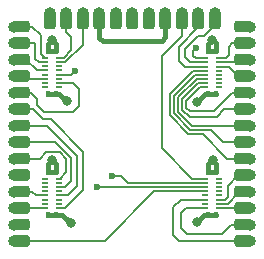
<source format=gbl>
G04 #@! TF.GenerationSoftware,KiCad,Pcbnew,(5.1.10)-1*
G04 #@! TF.CreationDate,2021-10-06T10:46:06+02:00*
G04 #@! TF.ProjectId,OBJEX_Socket-V2.0,4f424a45-585f-4536-9f63-6b65742d5632,rev?*
G04 #@! TF.SameCoordinates,Original*
G04 #@! TF.FileFunction,Copper,L2,Bot*
G04 #@! TF.FilePolarity,Positive*
%FSLAX46Y46*%
G04 Gerber Fmt 4.6, Leading zero omitted, Abs format (unit mm)*
G04 Created by KiCad (PCBNEW (5.1.10)-1) date 2021-10-06 10:46:06*
%MOMM*%
%LPD*%
G01*
G04 APERTURE LIST*
G04 #@! TA.AperFunction,SMDPad,CuDef*
%ADD10R,0.615000X0.180000*%
G04 #@! TD*
G04 #@! TA.AperFunction,SMDPad,CuDef*
%ADD11R,0.400000X0.520000*%
G04 #@! TD*
G04 #@! TA.AperFunction,ComponentPad*
%ADD12O,1.000000X1.000000*%
G04 #@! TD*
G04 #@! TA.AperFunction,ViaPad*
%ADD13C,0.800000*%
G04 #@! TD*
G04 #@! TA.AperFunction,ViaPad*
%ADD14C,0.600000*%
G04 #@! TD*
G04 #@! TA.AperFunction,Conductor*
%ADD15C,0.400000*%
G04 #@! TD*
G04 #@! TA.AperFunction,Conductor*
%ADD16C,0.200000*%
G04 #@! TD*
G04 APERTURE END LIST*
D10*
X151353520Y-88973660D03*
D11*
X151091900Y-88386240D03*
D10*
X151353520Y-89330160D03*
X151353520Y-90030160D03*
X151353520Y-89680160D03*
X151353520Y-91430160D03*
X151353520Y-90730160D03*
X151353520Y-90380160D03*
X151353520Y-91080160D03*
D11*
X151094440Y-92015860D03*
X150431500Y-88386240D03*
X150434040Y-92015860D03*
D10*
X150169880Y-90380160D03*
X150169880Y-91430160D03*
X150169880Y-90730160D03*
X150169880Y-89330160D03*
X150169880Y-88973660D03*
X150169880Y-90030160D03*
X150169880Y-91080160D03*
X150169880Y-89680160D03*
X150195280Y-99890960D03*
X150195280Y-101290960D03*
X150195280Y-100240960D03*
X150195280Y-99184460D03*
X150195280Y-99540960D03*
X150195280Y-100940960D03*
X150195280Y-101640960D03*
X150195280Y-100590960D03*
D11*
X150459440Y-102226660D03*
X150456900Y-98597040D03*
X151119840Y-102226660D03*
D10*
X151378920Y-101290960D03*
X151378920Y-100590960D03*
X151378920Y-100940960D03*
X151378920Y-101640960D03*
X151378920Y-99890960D03*
X151378920Y-100240960D03*
X151378920Y-99540960D03*
D11*
X151117300Y-98597040D03*
D10*
X151378920Y-99184460D03*
X137789920Y-88960960D03*
D11*
X137528300Y-88373540D03*
D10*
X137789920Y-89317460D03*
X137789920Y-90017460D03*
X137789920Y-89667460D03*
X137789920Y-91417460D03*
X137789920Y-90717460D03*
X137789920Y-90367460D03*
X137789920Y-91067460D03*
D11*
X137530840Y-92003160D03*
X136867900Y-88373540D03*
X136870440Y-92003160D03*
D10*
X136606280Y-90367460D03*
X136606280Y-91417460D03*
X136606280Y-90717460D03*
X136606280Y-89317460D03*
X136606280Y-88960960D03*
X136606280Y-90017460D03*
X136606280Y-91067460D03*
X136606280Y-89667460D03*
X137815320Y-99184460D03*
D11*
X137553700Y-98597040D03*
D10*
X137815320Y-99540960D03*
X137815320Y-100240960D03*
X137815320Y-99890960D03*
X137815320Y-101640960D03*
X137815320Y-100940960D03*
X137815320Y-100590960D03*
X137815320Y-101290960D03*
D11*
X137556240Y-102226660D03*
X136893300Y-98597040D03*
X136895840Y-102226660D03*
D10*
X136631680Y-100590960D03*
X136631680Y-101640960D03*
X136631680Y-100940960D03*
X136631680Y-99540960D03*
X136631680Y-99184460D03*
X136631680Y-100240960D03*
X136631680Y-101290960D03*
X136631680Y-99890960D03*
G04 #@! TA.AperFunction,ComponentPad*
G36*
G01*
X135347520Y-88837960D02*
X135347520Y-89337960D01*
G75*
G02*
X135097520Y-89587960I-250000J0D01*
G01*
X134097520Y-89587960D01*
G75*
G02*
X133847520Y-89337960I0J250000D01*
G01*
X133847520Y-88837960D01*
G75*
G02*
X134097520Y-88587960I250000J0D01*
G01*
X135097520Y-88587960D01*
G75*
G02*
X135347520Y-88837960I0J-250000D01*
G01*
G37*
G04 #@! TD.AperFunction*
D12*
X133981520Y-89089560D03*
X133981520Y-90486560D03*
G04 #@! TA.AperFunction,ComponentPad*
G36*
G01*
X135347520Y-90234960D02*
X135347520Y-90734960D01*
G75*
G02*
X135097520Y-90984960I-250000J0D01*
G01*
X134097520Y-90984960D01*
G75*
G02*
X133847520Y-90734960I0J250000D01*
G01*
X133847520Y-90234960D01*
G75*
G02*
X134097520Y-89984960I250000J0D01*
G01*
X135097520Y-89984960D01*
G75*
G02*
X135347520Y-90234960I0J-250000D01*
G01*
G37*
G04 #@! TD.AperFunction*
X133981520Y-91883560D03*
G04 #@! TA.AperFunction,ComponentPad*
G36*
G01*
X135347520Y-91631960D02*
X135347520Y-92131960D01*
G75*
G02*
X135097520Y-92381960I-250000J0D01*
G01*
X134097520Y-92381960D01*
G75*
G02*
X133847520Y-92131960I0J250000D01*
G01*
X133847520Y-91631960D01*
G75*
G02*
X134097520Y-91381960I250000J0D01*
G01*
X135097520Y-91381960D01*
G75*
G02*
X135347520Y-91631960I0J-250000D01*
G01*
G37*
G04 #@! TD.AperFunction*
G04 #@! TA.AperFunction,ComponentPad*
G36*
G01*
X135347520Y-94425960D02*
X135347520Y-94925960D01*
G75*
G02*
X135097520Y-95175960I-250000J0D01*
G01*
X134097520Y-95175960D01*
G75*
G02*
X133847520Y-94925960I0J250000D01*
G01*
X133847520Y-94425960D01*
G75*
G02*
X134097520Y-94175960I250000J0D01*
G01*
X135097520Y-94175960D01*
G75*
G02*
X135347520Y-94425960I0J-250000D01*
G01*
G37*
G04 #@! TD.AperFunction*
X133981520Y-94677560D03*
X133981520Y-93280560D03*
G04 #@! TA.AperFunction,ComponentPad*
G36*
G01*
X135347520Y-93028960D02*
X135347520Y-93528960D01*
G75*
G02*
X135097520Y-93778960I-250000J0D01*
G01*
X134097520Y-93778960D01*
G75*
G02*
X133847520Y-93528960I0J250000D01*
G01*
X133847520Y-93028960D01*
G75*
G02*
X134097520Y-92778960I250000J0D01*
G01*
X135097520Y-92778960D01*
G75*
G02*
X135347520Y-93028960I0J-250000D01*
G01*
G37*
G04 #@! TD.AperFunction*
G04 #@! TA.AperFunction,ComponentPad*
G36*
G01*
X135347520Y-95822960D02*
X135347520Y-96322960D01*
G75*
G02*
X135097520Y-96572960I-250000J0D01*
G01*
X134097520Y-96572960D01*
G75*
G02*
X133847520Y-96322960I0J250000D01*
G01*
X133847520Y-95822960D01*
G75*
G02*
X134097520Y-95572960I250000J0D01*
G01*
X135097520Y-95572960D01*
G75*
G02*
X135347520Y-95822960I0J-250000D01*
G01*
G37*
G04 #@! TD.AperFunction*
X133981520Y-96074560D03*
G04 #@! TA.AperFunction,ComponentPad*
G36*
G01*
X135347520Y-98616960D02*
X135347520Y-99116960D01*
G75*
G02*
X135097520Y-99366960I-250000J0D01*
G01*
X134097520Y-99366960D01*
G75*
G02*
X133847520Y-99116960I0J250000D01*
G01*
X133847520Y-98616960D01*
G75*
G02*
X134097520Y-98366960I250000J0D01*
G01*
X135097520Y-98366960D01*
G75*
G02*
X135347520Y-98616960I0J-250000D01*
G01*
G37*
G04 #@! TD.AperFunction*
X133981520Y-98868560D03*
X133981520Y-97471560D03*
G04 #@! TA.AperFunction,ComponentPad*
G36*
G01*
X135347520Y-97219960D02*
X135347520Y-97719960D01*
G75*
G02*
X135097520Y-97969960I-250000J0D01*
G01*
X134097520Y-97969960D01*
G75*
G02*
X133847520Y-97719960I0J250000D01*
G01*
X133847520Y-97219960D01*
G75*
G02*
X134097520Y-96969960I250000J0D01*
G01*
X135097520Y-96969960D01*
G75*
G02*
X135347520Y-97219960I0J-250000D01*
G01*
G37*
G04 #@! TD.AperFunction*
X133981520Y-101662560D03*
G04 #@! TA.AperFunction,ComponentPad*
G36*
G01*
X135347520Y-100013960D02*
X135347520Y-100513960D01*
G75*
G02*
X135097520Y-100763960I-250000J0D01*
G01*
X134097520Y-100763960D01*
G75*
G02*
X133847520Y-100513960I0J250000D01*
G01*
X133847520Y-100013960D01*
G75*
G02*
X134097520Y-99763960I250000J0D01*
G01*
X135097520Y-99763960D01*
G75*
G02*
X135347520Y-100013960I0J-250000D01*
G01*
G37*
G04 #@! TD.AperFunction*
X133981520Y-104456560D03*
G04 #@! TA.AperFunction,ComponentPad*
G36*
G01*
X135347520Y-104204960D02*
X135347520Y-104704960D01*
G75*
G02*
X135097520Y-104954960I-250000J0D01*
G01*
X134097520Y-104954960D01*
G75*
G02*
X133847520Y-104704960I0J250000D01*
G01*
X133847520Y-104204960D01*
G75*
G02*
X134097520Y-103954960I250000J0D01*
G01*
X135097520Y-103954960D01*
G75*
G02*
X135347520Y-104204960I0J-250000D01*
G01*
G37*
G04 #@! TD.AperFunction*
X133981520Y-100265560D03*
X133981520Y-103059560D03*
G04 #@! TA.AperFunction,ComponentPad*
G36*
G01*
X135347520Y-102807960D02*
X135347520Y-103307960D01*
G75*
G02*
X135097520Y-103557960I-250000J0D01*
G01*
X134097520Y-103557960D01*
G75*
G02*
X133847520Y-103307960I0J250000D01*
G01*
X133847520Y-102807960D01*
G75*
G02*
X134097520Y-102557960I250000J0D01*
G01*
X135097520Y-102557960D01*
G75*
G02*
X135347520Y-102807960I0J-250000D01*
G01*
G37*
G04 #@! TD.AperFunction*
G04 #@! TA.AperFunction,ComponentPad*
G36*
G01*
X135347520Y-101410960D02*
X135347520Y-101910960D01*
G75*
G02*
X135097520Y-102160960I-250000J0D01*
G01*
X134097520Y-102160960D01*
G75*
G02*
X133847520Y-101910960I0J250000D01*
G01*
X133847520Y-101410960D01*
G75*
G02*
X134097520Y-101160960I250000J0D01*
G01*
X135097520Y-101160960D01*
G75*
G02*
X135347520Y-101410960I0J-250000D01*
G01*
G37*
G04 #@! TD.AperFunction*
X133981520Y-87692560D03*
G04 #@! TA.AperFunction,ComponentPad*
G36*
G01*
X135347520Y-87440960D02*
X135347520Y-87940960D01*
G75*
G02*
X135097520Y-88190960I-250000J0D01*
G01*
X134097520Y-88190960D01*
G75*
G02*
X133847520Y-87940960I0J250000D01*
G01*
X133847520Y-87440960D01*
G75*
G02*
X134097520Y-87190960I250000J0D01*
G01*
X135097520Y-87190960D01*
G75*
G02*
X135347520Y-87440960I0J-250000D01*
G01*
G37*
G04 #@! TD.AperFunction*
G04 #@! TA.AperFunction,ComponentPad*
G36*
G01*
X154156120Y-87440960D02*
X154156120Y-87940960D01*
G75*
G02*
X153906120Y-88190960I-250000J0D01*
G01*
X152906120Y-88190960D01*
G75*
G02*
X152656120Y-87940960I0J250000D01*
G01*
X152656120Y-87440960D01*
G75*
G02*
X152906120Y-87190960I250000J0D01*
G01*
X153906120Y-87190960D01*
G75*
G02*
X154156120Y-87440960I0J-250000D01*
G01*
G37*
G04 #@! TD.AperFunction*
X154022120Y-103059560D03*
G04 #@! TA.AperFunction,ComponentPad*
G36*
G01*
X154156120Y-95822960D02*
X154156120Y-96322960D01*
G75*
G02*
X153906120Y-96572960I-250000J0D01*
G01*
X152906120Y-96572960D01*
G75*
G02*
X152656120Y-96322960I0J250000D01*
G01*
X152656120Y-95822960D01*
G75*
G02*
X152906120Y-95572960I250000J0D01*
G01*
X153906120Y-95572960D01*
G75*
G02*
X154156120Y-95822960I0J-250000D01*
G01*
G37*
G04 #@! TD.AperFunction*
X154022120Y-90486560D03*
X154022120Y-91883560D03*
G04 #@! TA.AperFunction,ComponentPad*
G36*
G01*
X154156120Y-101410960D02*
X154156120Y-101910960D01*
G75*
G02*
X153906120Y-102160960I-250000J0D01*
G01*
X152906120Y-102160960D01*
G75*
G02*
X152656120Y-101910960I0J250000D01*
G01*
X152656120Y-101410960D01*
G75*
G02*
X152906120Y-101160960I250000J0D01*
G01*
X153906120Y-101160960D01*
G75*
G02*
X154156120Y-101410960I0J-250000D01*
G01*
G37*
G04 #@! TD.AperFunction*
G04 #@! TA.AperFunction,ComponentPad*
G36*
G01*
X154156120Y-104204960D02*
X154156120Y-104704960D01*
G75*
G02*
X153906120Y-104954960I-250000J0D01*
G01*
X152906120Y-104954960D01*
G75*
G02*
X152656120Y-104704960I0J250000D01*
G01*
X152656120Y-104204960D01*
G75*
G02*
X152906120Y-103954960I250000J0D01*
G01*
X153906120Y-103954960D01*
G75*
G02*
X154156120Y-104204960I0J-250000D01*
G01*
G37*
G04 #@! TD.AperFunction*
G04 #@! TA.AperFunction,ComponentPad*
G36*
G01*
X154156120Y-97219960D02*
X154156120Y-97719960D01*
G75*
G02*
X153906120Y-97969960I-250000J0D01*
G01*
X152906120Y-97969960D01*
G75*
G02*
X152656120Y-97719960I0J250000D01*
G01*
X152656120Y-97219960D01*
G75*
G02*
X152906120Y-96969960I250000J0D01*
G01*
X153906120Y-96969960D01*
G75*
G02*
X154156120Y-97219960I0J-250000D01*
G01*
G37*
G04 #@! TD.AperFunction*
G04 #@! TA.AperFunction,ComponentPad*
G36*
G01*
X154156120Y-93028960D02*
X154156120Y-93528960D01*
G75*
G02*
X153906120Y-93778960I-250000J0D01*
G01*
X152906120Y-93778960D01*
G75*
G02*
X152656120Y-93528960I0J250000D01*
G01*
X152656120Y-93028960D01*
G75*
G02*
X152906120Y-92778960I250000J0D01*
G01*
X153906120Y-92778960D01*
G75*
G02*
X154156120Y-93028960I0J-250000D01*
G01*
G37*
G04 #@! TD.AperFunction*
X154022120Y-94677560D03*
X154022120Y-98868560D03*
X154022120Y-100265560D03*
G04 #@! TA.AperFunction,ComponentPad*
G36*
G01*
X154156120Y-88837960D02*
X154156120Y-89337960D01*
G75*
G02*
X153906120Y-89587960I-250000J0D01*
G01*
X152906120Y-89587960D01*
G75*
G02*
X152656120Y-89337960I0J250000D01*
G01*
X152656120Y-88837960D01*
G75*
G02*
X152906120Y-88587960I250000J0D01*
G01*
X153906120Y-88587960D01*
G75*
G02*
X154156120Y-88837960I0J-250000D01*
G01*
G37*
G04 #@! TD.AperFunction*
X154022120Y-104456560D03*
X154022120Y-89089560D03*
G04 #@! TA.AperFunction,ComponentPad*
G36*
G01*
X154156120Y-100013960D02*
X154156120Y-100513960D01*
G75*
G02*
X153906120Y-100763960I-250000J0D01*
G01*
X152906120Y-100763960D01*
G75*
G02*
X152656120Y-100513960I0J250000D01*
G01*
X152656120Y-100013960D01*
G75*
G02*
X152906120Y-99763960I250000J0D01*
G01*
X153906120Y-99763960D01*
G75*
G02*
X154156120Y-100013960I0J-250000D01*
G01*
G37*
G04 #@! TD.AperFunction*
G04 #@! TA.AperFunction,ComponentPad*
G36*
G01*
X154156120Y-102807960D02*
X154156120Y-103307960D01*
G75*
G02*
X153906120Y-103557960I-250000J0D01*
G01*
X152906120Y-103557960D01*
G75*
G02*
X152656120Y-103307960I0J250000D01*
G01*
X152656120Y-102807960D01*
G75*
G02*
X152906120Y-102557960I250000J0D01*
G01*
X153906120Y-102557960D01*
G75*
G02*
X154156120Y-102807960I0J-250000D01*
G01*
G37*
G04 #@! TD.AperFunction*
X154022120Y-97471560D03*
G04 #@! TA.AperFunction,ComponentPad*
G36*
G01*
X154156120Y-94425960D02*
X154156120Y-94925960D01*
G75*
G02*
X153906120Y-95175960I-250000J0D01*
G01*
X152906120Y-95175960D01*
G75*
G02*
X152656120Y-94925960I0J250000D01*
G01*
X152656120Y-94425960D01*
G75*
G02*
X152906120Y-94175960I250000J0D01*
G01*
X153906120Y-94175960D01*
G75*
G02*
X154156120Y-94425960I0J-250000D01*
G01*
G37*
G04 #@! TD.AperFunction*
G04 #@! TA.AperFunction,ComponentPad*
G36*
G01*
X154156120Y-98616960D02*
X154156120Y-99116960D01*
G75*
G02*
X153906120Y-99366960I-250000J0D01*
G01*
X152906120Y-99366960D01*
G75*
G02*
X152656120Y-99116960I0J250000D01*
G01*
X152656120Y-98616960D01*
G75*
G02*
X152906120Y-98366960I250000J0D01*
G01*
X153906120Y-98366960D01*
G75*
G02*
X154156120Y-98616960I0J-250000D01*
G01*
G37*
G04 #@! TD.AperFunction*
X154022120Y-96074560D03*
X154022120Y-93280560D03*
G04 #@! TA.AperFunction,ComponentPad*
G36*
G01*
X154156120Y-90234960D02*
X154156120Y-90734960D01*
G75*
G02*
X153906120Y-90984960I-250000J0D01*
G01*
X152906120Y-90984960D01*
G75*
G02*
X152656120Y-90734960I0J250000D01*
G01*
X152656120Y-90234960D01*
G75*
G02*
X152906120Y-89984960I250000J0D01*
G01*
X153906120Y-89984960D01*
G75*
G02*
X154156120Y-90234960I0J-250000D01*
G01*
G37*
G04 #@! TD.AperFunction*
X154022120Y-101662560D03*
X154022120Y-87692560D03*
G04 #@! TA.AperFunction,ComponentPad*
G36*
G01*
X154156120Y-91631960D02*
X154156120Y-92131960D01*
G75*
G02*
X153906120Y-92381960I-250000J0D01*
G01*
X152906120Y-92381960D01*
G75*
G02*
X152656120Y-92131960I0J250000D01*
G01*
X152656120Y-91631960D01*
G75*
G02*
X152906120Y-91381960I250000J0D01*
G01*
X153906120Y-91381960D01*
G75*
G02*
X154156120Y-91631960I0J-250000D01*
G01*
G37*
G04 #@! TD.AperFunction*
G04 #@! TA.AperFunction,ComponentPad*
G36*
G01*
X135347520Y-86043960D02*
X135347520Y-86543960D01*
G75*
G02*
X135097520Y-86793960I-250000J0D01*
G01*
X134097520Y-86793960D01*
G75*
G02*
X133847520Y-86543960I0J250000D01*
G01*
X133847520Y-86043960D01*
G75*
G02*
X134097520Y-85793960I250000J0D01*
G01*
X135097520Y-85793960D01*
G75*
G02*
X135347520Y-86043960I0J-250000D01*
G01*
G37*
G04 #@! TD.AperFunction*
X133981520Y-86295560D03*
G04 #@! TA.AperFunction,ComponentPad*
G36*
G01*
X154156120Y-86043960D02*
X154156120Y-86543960D01*
G75*
G02*
X153906120Y-86793960I-250000J0D01*
G01*
X152906120Y-86793960D01*
G75*
G02*
X152656120Y-86543960I0J250000D01*
G01*
X152656120Y-86043960D01*
G75*
G02*
X152906120Y-85793960I250000J0D01*
G01*
X153906120Y-85793960D01*
G75*
G02*
X154156120Y-86043960I0J-250000D01*
G01*
G37*
G04 #@! TD.AperFunction*
X154022120Y-86295560D03*
G04 #@! TA.AperFunction,ComponentPad*
G36*
G01*
X137279520Y-86542360D02*
X136779520Y-86542360D01*
G75*
G02*
X136529520Y-86292360I0J250000D01*
G01*
X136529520Y-85292360D01*
G75*
G02*
X136779520Y-85042360I250000J0D01*
G01*
X137279520Y-85042360D01*
G75*
G02*
X137529520Y-85292360I0J-250000D01*
G01*
X137529520Y-86292360D01*
G75*
G02*
X137279520Y-86542360I-250000J0D01*
G01*
G37*
G04 #@! TD.AperFunction*
G04 #@! TA.AperFunction,ComponentPad*
G36*
G01*
X138676520Y-86542360D02*
X138176520Y-86542360D01*
G75*
G02*
X137926520Y-86292360I0J250000D01*
G01*
X137926520Y-85292360D01*
G75*
G02*
X138176520Y-85042360I250000J0D01*
G01*
X138676520Y-85042360D01*
G75*
G02*
X138926520Y-85292360I0J-250000D01*
G01*
X138926520Y-86292360D01*
G75*
G02*
X138676520Y-86542360I-250000J0D01*
G01*
G37*
G04 #@! TD.AperFunction*
G04 #@! TA.AperFunction,ComponentPad*
G36*
G01*
X148455520Y-86542360D02*
X147955520Y-86542360D01*
G75*
G02*
X147705520Y-86292360I0J250000D01*
G01*
X147705520Y-85292360D01*
G75*
G02*
X147955520Y-85042360I250000J0D01*
G01*
X148455520Y-85042360D01*
G75*
G02*
X148705520Y-85292360I0J-250000D01*
G01*
X148705520Y-86292360D01*
G75*
G02*
X148455520Y-86542360I-250000J0D01*
G01*
G37*
G04 #@! TD.AperFunction*
X148203920Y-85176360D03*
X137027920Y-85176360D03*
G04 #@! TA.AperFunction,ComponentPad*
G36*
G01*
X142867520Y-86542360D02*
X142367520Y-86542360D01*
G75*
G02*
X142117520Y-86292360I0J250000D01*
G01*
X142117520Y-85292360D01*
G75*
G02*
X142367520Y-85042360I250000J0D01*
G01*
X142867520Y-85042360D01*
G75*
G02*
X143117520Y-85292360I0J-250000D01*
G01*
X143117520Y-86292360D01*
G75*
G02*
X142867520Y-86542360I-250000J0D01*
G01*
G37*
G04 #@! TD.AperFunction*
X146806920Y-85176360D03*
X145409920Y-85176360D03*
G04 #@! TA.AperFunction,ComponentPad*
G36*
G01*
X140073520Y-86542360D02*
X139573520Y-86542360D01*
G75*
G02*
X139323520Y-86292360I0J250000D01*
G01*
X139323520Y-85292360D01*
G75*
G02*
X139573520Y-85042360I250000J0D01*
G01*
X140073520Y-85042360D01*
G75*
G02*
X140323520Y-85292360I0J-250000D01*
G01*
X140323520Y-86292360D01*
G75*
G02*
X140073520Y-86542360I-250000J0D01*
G01*
G37*
G04 #@! TD.AperFunction*
G04 #@! TA.AperFunction,ComponentPad*
G36*
G01*
X151249520Y-86542360D02*
X150749520Y-86542360D01*
G75*
G02*
X150499520Y-86292360I0J250000D01*
G01*
X150499520Y-85292360D01*
G75*
G02*
X150749520Y-85042360I250000J0D01*
G01*
X151249520Y-85042360D01*
G75*
G02*
X151499520Y-85292360I0J-250000D01*
G01*
X151499520Y-86292360D01*
G75*
G02*
X151249520Y-86542360I-250000J0D01*
G01*
G37*
G04 #@! TD.AperFunction*
X144012920Y-85176360D03*
G04 #@! TA.AperFunction,ComponentPad*
G36*
G01*
X145661520Y-86542360D02*
X145161520Y-86542360D01*
G75*
G02*
X144911520Y-86292360I0J250000D01*
G01*
X144911520Y-85292360D01*
G75*
G02*
X145161520Y-85042360I250000J0D01*
G01*
X145661520Y-85042360D01*
G75*
G02*
X145911520Y-85292360I0J-250000D01*
G01*
X145911520Y-86292360D01*
G75*
G02*
X145661520Y-86542360I-250000J0D01*
G01*
G37*
G04 #@! TD.AperFunction*
G04 #@! TA.AperFunction,ComponentPad*
G36*
G01*
X144264520Y-86542360D02*
X143764520Y-86542360D01*
G75*
G02*
X143514520Y-86292360I0J250000D01*
G01*
X143514520Y-85292360D01*
G75*
G02*
X143764520Y-85042360I250000J0D01*
G01*
X144264520Y-85042360D01*
G75*
G02*
X144514520Y-85292360I0J-250000D01*
G01*
X144514520Y-86292360D01*
G75*
G02*
X144264520Y-86542360I-250000J0D01*
G01*
G37*
G04 #@! TD.AperFunction*
X149600920Y-85176360D03*
X141218920Y-85176360D03*
X150997920Y-85176360D03*
X142615920Y-85176360D03*
X138424920Y-85176360D03*
G04 #@! TA.AperFunction,ComponentPad*
G36*
G01*
X147058520Y-86542360D02*
X146558520Y-86542360D01*
G75*
G02*
X146308520Y-86292360I0J250000D01*
G01*
X146308520Y-85292360D01*
G75*
G02*
X146558520Y-85042360I250000J0D01*
G01*
X147058520Y-85042360D01*
G75*
G02*
X147308520Y-85292360I0J-250000D01*
G01*
X147308520Y-86292360D01*
G75*
G02*
X147058520Y-86542360I-250000J0D01*
G01*
G37*
G04 #@! TD.AperFunction*
G04 #@! TA.AperFunction,ComponentPad*
G36*
G01*
X141470520Y-86542360D02*
X140970520Y-86542360D01*
G75*
G02*
X140720520Y-86292360I0J250000D01*
G01*
X140720520Y-85292360D01*
G75*
G02*
X140970520Y-85042360I250000J0D01*
G01*
X141470520Y-85042360D01*
G75*
G02*
X141720520Y-85292360I0J-250000D01*
G01*
X141720520Y-86292360D01*
G75*
G02*
X141470520Y-86542360I-250000J0D01*
G01*
G37*
G04 #@! TD.AperFunction*
X139821920Y-85176360D03*
G04 #@! TA.AperFunction,ComponentPad*
G36*
G01*
X149852520Y-86542360D02*
X149352520Y-86542360D01*
G75*
G02*
X149102520Y-86292360I0J250000D01*
G01*
X149102520Y-85292360D01*
G75*
G02*
X149352520Y-85042360I250000J0D01*
G01*
X149852520Y-85042360D01*
G75*
G02*
X150102520Y-85292360I0J-250000D01*
G01*
X150102520Y-86292360D01*
G75*
G02*
X149852520Y-86542360I-250000J0D01*
G01*
G37*
G04 #@! TD.AperFunction*
D13*
X150774400Y-87403940D03*
X150815040Y-97596960D03*
X137213340Y-97589340D03*
X137195560Y-87406480D03*
X149481540Y-92687140D03*
X149463760Y-102885240D03*
X138475720Y-92638880D03*
D14*
X149395180Y-88143080D03*
X141053440Y-99890960D03*
X142300960Y-98971100D03*
X139164060Y-90045540D03*
D13*
X138798300Y-102943660D03*
D15*
X137528300Y-88373540D02*
X136867900Y-88373540D01*
X136867900Y-87734140D02*
X137195560Y-87406480D01*
X136867900Y-88373540D02*
X136867900Y-87734140D01*
X137528300Y-87739220D02*
X137195560Y-87406480D01*
X137528300Y-88373540D02*
X137528300Y-87739220D01*
X136893300Y-98597040D02*
X137553700Y-98597040D01*
X136893300Y-97909380D02*
X137213340Y-97589340D01*
X136893300Y-98597040D02*
X136893300Y-97909380D01*
X137553700Y-97929700D02*
X137213340Y-97589340D01*
X137553700Y-98597040D02*
X137553700Y-97929700D01*
X150456900Y-97955100D02*
X150815040Y-97596960D01*
X150456900Y-98597040D02*
X150456900Y-97955100D01*
X151117300Y-97899220D02*
X150815040Y-97596960D01*
X151117300Y-98597040D02*
X151117300Y-97899220D01*
X150456900Y-98597040D02*
X151117300Y-98597040D01*
X150431500Y-88386240D02*
X151091900Y-88386240D01*
X150431500Y-87746840D02*
X150774400Y-87403940D01*
X150431500Y-88386240D02*
X150431500Y-87746840D01*
X151091900Y-87721440D02*
X150774400Y-87403940D01*
X151091900Y-88386240D02*
X151091900Y-87721440D01*
X146494500Y-87523320D02*
X146808520Y-87209300D01*
X146808520Y-87209300D02*
X146808520Y-86192360D01*
X141513560Y-87523320D02*
X146494500Y-87523320D01*
X141220520Y-87230280D02*
X141513560Y-87523320D01*
X141220520Y-86192360D02*
X141220520Y-87230280D01*
X151094440Y-92015860D02*
X150434040Y-92015860D01*
X150434040Y-92015860D02*
X150152820Y-92015860D01*
X150152820Y-92015860D02*
X149481540Y-92687140D01*
X149481540Y-92687140D02*
X149481540Y-92687140D01*
X151119840Y-102226660D02*
X150459440Y-102226660D01*
X150459440Y-102226660D02*
X150122340Y-102226660D01*
X150122340Y-102226660D02*
X149463760Y-102885240D01*
X149463760Y-102885240D02*
X149463760Y-102885240D01*
X136870440Y-92003160D02*
X137530840Y-92003160D01*
X137530840Y-92003160D02*
X137840000Y-92003160D01*
X137840000Y-92003160D02*
X138475720Y-92638880D01*
X138475720Y-92638880D02*
X138475720Y-92638880D01*
D16*
X151353520Y-88973660D02*
X151914860Y-88973660D01*
X151914860Y-88973660D02*
X152191720Y-88696800D01*
X152191720Y-88696800D02*
X152191720Y-87990680D01*
X152491440Y-87690960D02*
X153006120Y-87690960D01*
X152191720Y-87990680D02*
X152491440Y-87690960D01*
X152763920Y-89330160D02*
X153006120Y-89087960D01*
X151353520Y-89330160D02*
X152763920Y-89330160D01*
X152201320Y-89680160D02*
X153006120Y-90484960D01*
X151353520Y-89680160D02*
X152201320Y-89680160D01*
X153006120Y-91881960D02*
X152481280Y-91881960D01*
X152481280Y-91881960D02*
X150919180Y-93444060D01*
X150919180Y-93444060D02*
X148861780Y-93444060D01*
X148861780Y-93444060D02*
X148595080Y-93177360D01*
X149776518Y-91430160D02*
X150169880Y-91430160D01*
X148595080Y-92611598D02*
X149776518Y-91430160D01*
X148595080Y-93177360D02*
X148595080Y-92611598D01*
X149059900Y-94675960D02*
X153006120Y-94675960D01*
X147895060Y-93511120D02*
X149059900Y-94675960D01*
X149465252Y-90730160D02*
X147895060Y-92300352D01*
X150169880Y-90730160D02*
X149465252Y-90730160D01*
X147895060Y-92300352D02*
X147895060Y-93511120D01*
X148932541Y-89313661D02*
X148493480Y-88874600D01*
X148493480Y-88874600D02*
X148493480Y-88165940D01*
X148493480Y-88165940D02*
X149578060Y-87081360D01*
X150110520Y-87081360D02*
X150999520Y-86192360D01*
X149578060Y-87081360D02*
X150110520Y-87081360D01*
X148932541Y-89326361D02*
X148936330Y-89330150D01*
X148932541Y-89313661D02*
X148932541Y-89326361D01*
X150169870Y-89330150D02*
X150169880Y-89330160D01*
X148936330Y-89330150D02*
X150169870Y-89330150D01*
X150047960Y-88973660D02*
X150041480Y-88980140D01*
X150169880Y-88973660D02*
X150047960Y-88973660D01*
X150041480Y-88980140D02*
X149404200Y-88980140D01*
X149404200Y-88980140D02*
X149174200Y-88750140D01*
X149174200Y-88750140D02*
X149174200Y-88364060D01*
X149174200Y-88364060D02*
X149395180Y-88143080D01*
X149395180Y-88143080D02*
X149395180Y-88143080D01*
X147195040Y-93801076D02*
X148769944Y-95375980D01*
X147195040Y-92010396D02*
X147195040Y-93801076D01*
X149175276Y-90030160D02*
X147195040Y-92010396D01*
X150169880Y-90030160D02*
X149175276Y-90030160D01*
X153006120Y-97469960D02*
X152067260Y-97469960D01*
X149973280Y-95375980D02*
X148769944Y-95375980D01*
X152067260Y-97469960D02*
X149973280Y-95375980D01*
X150195280Y-99890960D02*
X141053440Y-99890960D01*
X141053440Y-99890960D02*
X141053440Y-99890960D01*
X134997520Y-104454960D02*
X141678660Y-104454960D01*
X145892660Y-100240960D02*
X150195280Y-100240960D01*
X141678660Y-104454960D02*
X145892660Y-100240960D01*
X150162260Y-99184460D02*
X150152251Y-99174451D01*
X150195280Y-99184460D02*
X150162260Y-99184460D01*
X150152251Y-99174451D02*
X149103231Y-99174451D01*
X149103231Y-99174451D02*
X146502120Y-96573340D01*
X146502120Y-96573340D02*
X146502120Y-88793320D01*
X148205520Y-87089920D02*
X148205520Y-86192360D01*
X146502120Y-88793320D02*
X148205520Y-87089920D01*
X149864721Y-99524461D02*
X143649341Y-99524461D01*
X149881220Y-99540960D02*
X149864721Y-99524461D01*
X150195280Y-99540960D02*
X149881220Y-99540960D01*
X143649341Y-99524461D02*
X143095980Y-98971100D01*
X143095980Y-98971100D02*
X142300960Y-98971100D01*
X142300960Y-98971100D02*
X142300960Y-98971100D01*
X153006120Y-104454960D02*
X147932140Y-104454960D01*
X147932140Y-104454960D02*
X147459700Y-103982520D01*
X147459700Y-103982520D02*
X147459700Y-101594920D01*
X148113660Y-100940960D02*
X150195280Y-100940960D01*
X147459700Y-101594920D02*
X148113660Y-100940960D01*
X153006120Y-103057960D02*
X152410160Y-103057960D01*
X152410160Y-103057960D02*
X151594820Y-103873300D01*
X151594820Y-103873300D02*
X148630640Y-103873300D01*
X148630640Y-103873300D02*
X148125180Y-103367840D01*
X148125180Y-103367840D02*
X148125180Y-102100380D01*
X148584600Y-101640960D02*
X150195280Y-101640960D01*
X148125180Y-102100380D02*
X148584600Y-101640960D01*
X151378920Y-101290960D02*
X152119760Y-101290960D01*
X153006120Y-100404600D02*
X153006120Y-100263960D01*
X152119760Y-101290960D02*
X153006120Y-100404600D01*
X152986120Y-101640960D02*
X153006120Y-101660960D01*
X151378920Y-101640960D02*
X152986120Y-101640960D01*
X138329728Y-89317460D02*
X137789920Y-89317460D01*
X139823520Y-87823668D02*
X138329728Y-89317460D01*
X139823520Y-86192360D02*
X139823520Y-87823668D01*
X134997520Y-91881960D02*
X135397240Y-91881960D01*
X135397240Y-91881960D02*
X135912860Y-92397580D01*
X135912860Y-92397580D02*
X135912860Y-92913200D01*
X135912860Y-92913200D02*
X136563100Y-93563440D01*
X136563100Y-93563440D02*
X139037060Y-93563440D01*
X139037060Y-93563440D02*
X139539980Y-93060520D01*
X139539980Y-93060520D02*
X139539980Y-91592400D01*
X139015040Y-91067460D02*
X137789920Y-91067460D01*
X139539980Y-91592400D02*
X139015040Y-91067460D01*
X135017520Y-101640960D02*
X134997520Y-101660960D01*
X136631680Y-101640960D02*
X135017520Y-101640960D01*
X135732520Y-87690960D02*
X135811260Y-87769700D01*
X134997520Y-87690960D02*
X135732520Y-87690960D01*
X136115278Y-89317460D02*
X136606280Y-89317460D01*
X135811260Y-89013442D02*
X136115278Y-89317460D01*
X135811260Y-87769700D02*
X135811260Y-89013442D01*
X136606280Y-88960960D02*
X136260840Y-88615520D01*
X136260840Y-88615520D02*
X136260840Y-87048340D01*
X135506460Y-86293960D02*
X134997520Y-86293960D01*
X136260840Y-87048340D02*
X135506460Y-86293960D01*
X135927020Y-90017460D02*
X134997520Y-89087960D01*
X136606280Y-90017460D02*
X135927020Y-90017460D01*
X137876282Y-99184460D02*
X138417300Y-98643442D01*
X137815320Y-99184460D02*
X137876282Y-99184460D01*
X138417300Y-98643442D02*
X138417300Y-97487740D01*
X138417300Y-97487740D02*
X137855960Y-96926400D01*
X137855960Y-96926400D02*
X136715500Y-96926400D01*
X136171940Y-97469960D02*
X134997520Y-97469960D01*
X136715500Y-96926400D02*
X136171940Y-97469960D01*
X138856720Y-99357060D02*
X138322820Y-99890960D01*
X137497508Y-96072960D02*
X138856720Y-97432172D01*
X138322820Y-99890960D02*
X137815320Y-99890960D01*
X138856720Y-97432172D02*
X138856720Y-99357060D01*
X134997520Y-96072960D02*
X137497508Y-96072960D01*
X138322820Y-101640960D02*
X139867640Y-100096140D01*
X137815320Y-101640960D02*
X138322820Y-101640960D01*
X139867640Y-100096140D02*
X139867640Y-96883220D01*
X139867640Y-96883220D02*
X137096500Y-94112080D01*
X137096500Y-94112080D02*
X136453880Y-94112080D01*
X135620760Y-93278960D02*
X134997520Y-93278960D01*
X136453880Y-94112080D02*
X135620760Y-93278960D01*
X134997520Y-94675960D02*
X136761220Y-94675960D01*
X136761220Y-94675960D02*
X139346940Y-97261680D01*
X139346940Y-97261680D02*
X139346940Y-99816920D01*
X138572900Y-100590960D02*
X137815320Y-100590960D01*
X139346940Y-99816920D02*
X138572900Y-100590960D01*
X134997520Y-100263960D02*
X135503920Y-100263960D01*
X135830920Y-100590960D02*
X136631680Y-100590960D01*
X135503920Y-100263960D02*
X135830920Y-100590960D01*
X151698960Y-96072960D02*
X153006120Y-96072960D01*
X150651970Y-95025970D02*
X151698960Y-96072960D01*
X148914922Y-95025970D02*
X150651970Y-95025970D01*
X147545050Y-93656098D02*
X148914922Y-95025970D01*
X147545050Y-92155374D02*
X147545050Y-93656098D01*
X149320264Y-90380160D02*
X147545050Y-92155374D01*
X150169880Y-90380160D02*
X149320264Y-90380160D01*
X148245070Y-93322338D02*
X148864632Y-93941900D01*
X148864632Y-93941900D02*
X151152860Y-93941900D01*
X151815800Y-93278960D02*
X153006120Y-93278960D01*
X151152860Y-93941900D02*
X151815800Y-93278960D01*
X150169880Y-91080160D02*
X149610240Y-91080160D01*
X148245070Y-92466620D02*
X148245070Y-93322338D01*
X148762720Y-91948970D02*
X148245070Y-92466620D01*
X148762720Y-91927680D02*
X148762720Y-91948970D01*
X149610240Y-91080160D02*
X148762720Y-91927680D01*
X150169880Y-89680160D02*
X148435440Y-89680160D01*
X148435440Y-89680160D02*
X147955000Y-89199720D01*
X147955000Y-89199720D02*
X147955000Y-88018620D01*
X149602520Y-86371100D02*
X149602520Y-86192360D01*
X147955000Y-88018620D02*
X149602520Y-86371100D01*
X151886420Y-100940960D02*
X152112980Y-100714400D01*
X151378920Y-100940960D02*
X151886420Y-100940960D01*
X152112980Y-99760100D02*
X153006120Y-98866960D01*
X152112980Y-100714400D02*
X152112980Y-99760100D01*
X137789920Y-88960960D02*
X138191240Y-88960960D01*
X138191240Y-88960960D02*
X138844020Y-88308180D01*
X138844020Y-88308180D02*
X138844020Y-87160100D01*
X138426520Y-86742600D02*
X138426520Y-86192360D01*
X138844020Y-87160100D02*
X138426520Y-86742600D01*
X137789920Y-90367460D02*
X138842140Y-90367460D01*
X138842140Y-90367460D02*
X139164060Y-90045540D01*
X139164060Y-90045540D02*
X139164060Y-90045540D01*
X135230020Y-90717460D02*
X134997520Y-90484960D01*
X136606280Y-90717460D02*
X135230020Y-90717460D01*
D15*
X136895840Y-102226660D02*
X137556240Y-102226660D01*
X137556240Y-102226660D02*
X138081300Y-102226660D01*
X138081300Y-102226660D02*
X138798300Y-102943660D01*
X138798300Y-102943660D02*
X138798300Y-102943660D01*
M02*

</source>
